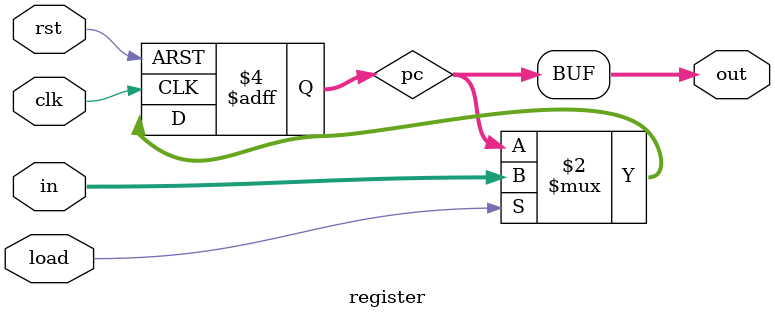
<source format=v>
module register (clk, rst,load ,in, out);
input clk;
input rst;
input load;
input [31:0] in;
output [31:0] out;

reg [31:0] pc;

always @(posedge clk ,posedge rst) begin
    if (rst) begin
        pc <= 32'h00000000;
    end else
    if(load)
     begin
        pc <= in;
    end
end

assign out = pc;
endmodule


</source>
